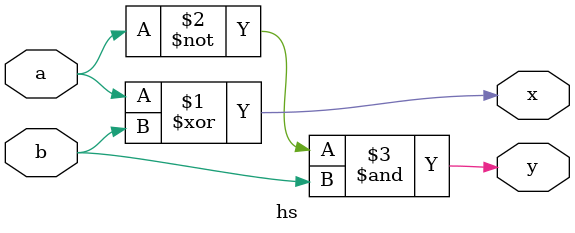
<source format=v>
module hs(a,b,x,y);
input a,b;
output x,y;
assign x=a^b;
assign y=(~a)&b;
endmodule

</source>
